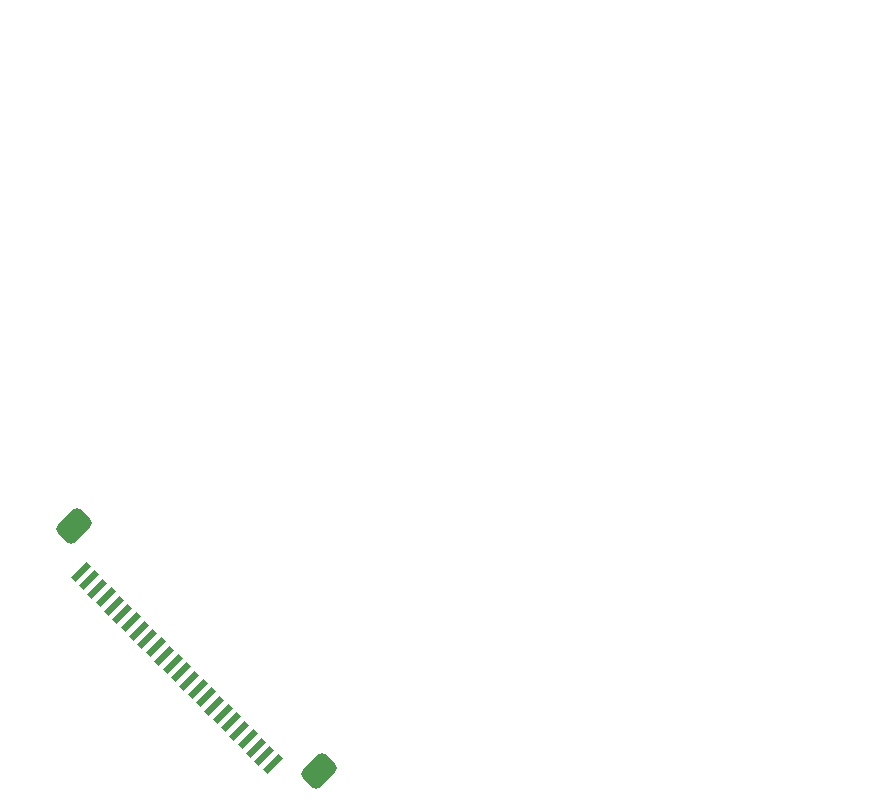
<source format=gbp>
G04*
G04 #@! TF.GenerationSoftware,Altium Limited,CircuitStudio,1.5.2 (30)*
G04*
G04 Layer_Color=16770453*
%FSLAX25Y25*%
%MOIN*%
G70*
G01*
G75*
%ADD82C,0.00000*%
G04:AMPARAMS|DCode=83|XSize=82.28mil|YSize=109.84mil|CornerRadius=20.47mil|HoleSize=0mil|Usage=FLASHONLY|Rotation=315.000|XOffset=0mil|YOffset=0mil|HoleType=Round|Shape=RoundedRectangle|*
%AMROUNDEDRECTD83*
21,1,0.08228,0.06890,0,0,315.0*
21,1,0.04134,0.10984,0,0,315.0*
1,1,0.04095,-0.00974,-0.03897*
1,1,0.04095,-0.03897,-0.00974*
1,1,0.04095,0.00974,0.03897*
1,1,0.04095,0.03897,0.00974*
%
%ADD83ROUNDEDRECTD83*%
G04:AMPARAMS|DCode=84|XSize=23.23mil|YSize=74.41mil|CornerRadius=5.71mil|HoleSize=0mil|Usage=FLASHONLY|Rotation=135.000|XOffset=0mil|YOffset=0mil|HoleType=Round|Shape=RoundedRectangle|*
%AMROUNDEDRECTD84*
21,1,0.02323,0.06299,0,0,135.0*
21,1,0.01181,0.07441,0,0,135.0*
1,1,0.01142,0.01810,0.02645*
1,1,0.01142,0.02645,0.01810*
1,1,0.01142,-0.01810,-0.02645*
1,1,0.01142,-0.02645,-0.01810*
%
%ADD84ROUNDEDRECTD84*%
D82*
X113779Y89370D02*
D03*
X96457Y-42520D02*
D03*
X70472Y-51575D02*
D03*
X-15748Y-61417D02*
D03*
X-59449Y-70079D02*
D03*
X-87008Y-114173D02*
D03*
X-91339Y-111417D02*
D03*
X-103937Y-101575D02*
D03*
X-125984Y44094D02*
D03*
X16142Y116535D02*
D03*
X49606Y122047D02*
D03*
X27953Y-56693D02*
D03*
X-94095Y-106693D02*
D03*
X43307Y-31496D02*
D03*
X-83071Y-118504D02*
D03*
X-50000Y-88189D02*
D03*
X79921Y68898D02*
D03*
X130709Y39764D02*
D03*
X-125197Y34252D02*
D03*
X-129134Y24409D02*
D03*
X-146457Y23228D02*
D03*
X-15614Y117066D02*
D03*
X-125984Y-33858D02*
D03*
D83*
X-47162Y-128730D02*
D03*
X-128730Y-47162D02*
D03*
D84*
X-62473Y-126503D02*
D03*
X-65257Y-123719D02*
D03*
X-68041Y-120935D02*
D03*
X-70825Y-118151D02*
D03*
X-73609Y-115367D02*
D03*
X-76393Y-112583D02*
D03*
X-79177Y-109800D02*
D03*
X-81961Y-107016D02*
D03*
X-84745Y-104232D02*
D03*
X-87529Y-101448D02*
D03*
X-90312Y-98664D02*
D03*
X-93096Y-95880D02*
D03*
X-95880Y-93096D02*
D03*
X-98664Y-90312D02*
D03*
X-101448Y-87529D02*
D03*
X-104232Y-84745D02*
D03*
X-107016Y-81961D02*
D03*
X-109800Y-79177D02*
D03*
X-112583Y-76393D02*
D03*
X-115367Y-73609D02*
D03*
X-118151Y-70825D02*
D03*
X-120935Y-68041D02*
D03*
X-123719Y-65257D02*
D03*
X-126503Y-62473D02*
D03*
M02*

</source>
